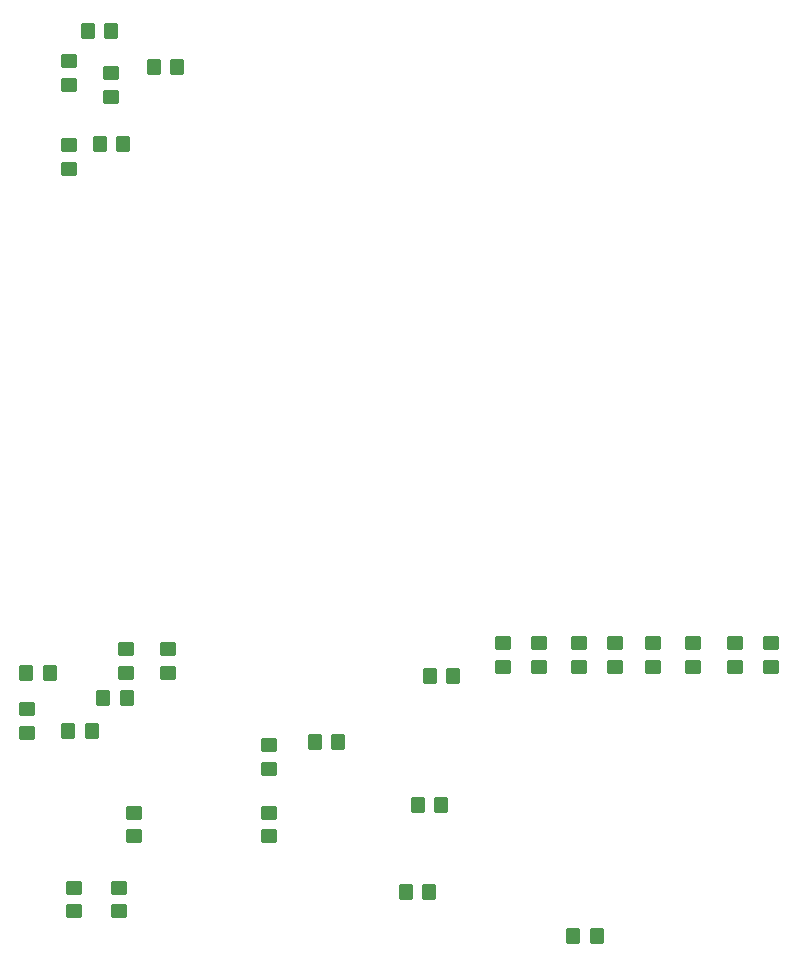
<source format=gtp>
G04 #@! TF.GenerationSoftware,KiCad,Pcbnew,(6.0.10)*
G04 #@! TF.CreationDate,2023-02-06T13:34:11-03:00*
G04 #@! TF.ProjectId,Core_HW,436f7265-5f48-4572-9e6b-696361645f70,rev?*
G04 #@! TF.SameCoordinates,Original*
G04 #@! TF.FileFunction,Paste,Top*
G04 #@! TF.FilePolarity,Positive*
%FSLAX46Y46*%
G04 Gerber Fmt 4.6, Leading zero omitted, Abs format (unit mm)*
G04 Created by KiCad (PCBNEW (6.0.10)) date 2023-02-06 13:34:11*
%MOMM*%
%LPD*%
G01*
G04 APERTURE LIST*
G04 Aperture macros list*
%AMRoundRect*
0 Rectangle with rounded corners*
0 $1 Rounding radius*
0 $2 $3 $4 $5 $6 $7 $8 $9 X,Y pos of 4 corners*
0 Add a 4 corners polygon primitive as box body*
4,1,4,$2,$3,$4,$5,$6,$7,$8,$9,$2,$3,0*
0 Add four circle primitives for the rounded corners*
1,1,$1+$1,$2,$3*
1,1,$1+$1,$4,$5*
1,1,$1+$1,$6,$7*
1,1,$1+$1,$8,$9*
0 Add four rect primitives between the rounded corners*
20,1,$1+$1,$2,$3,$4,$5,0*
20,1,$1+$1,$4,$5,$6,$7,0*
20,1,$1+$1,$6,$7,$8,$9,0*
20,1,$1+$1,$8,$9,$2,$3,0*%
G04 Aperture macros list end*
%ADD10RoundRect,0.250000X-0.450000X0.350000X-0.450000X-0.350000X0.450000X-0.350000X0.450000X0.350000X0*%
%ADD11RoundRect,0.250000X-0.350000X-0.450000X0.350000X-0.450000X0.350000X0.450000X-0.350000X0.450000X0*%
%ADD12RoundRect,0.250000X0.350000X0.450000X-0.350000X0.450000X-0.350000X-0.450000X0.350000X-0.450000X0*%
%ADD13RoundRect,0.250000X0.450000X-0.350000X0.450000X0.350000X-0.450000X0.350000X-0.450000X-0.350000X0*%
G04 APERTURE END LIST*
D10*
X99568000Y-95536000D03*
X99568000Y-97536000D03*
X103759000Y-158385000D03*
X103759000Y-160385000D03*
D11*
X128032000Y-158750000D03*
X130032000Y-158750000D03*
X129048000Y-151384000D03*
X131048000Y-151384000D03*
D12*
X101457000Y-145070000D03*
X99457000Y-145070000D03*
D10*
X145796000Y-137684000D03*
X145796000Y-139684000D03*
D13*
X96002000Y-145272000D03*
X96002000Y-143272000D03*
D12*
X104124000Y-95387000D03*
X102124000Y-95387000D03*
D10*
X99568000Y-88392000D03*
X99568000Y-90392000D03*
X136261000Y-137684000D03*
X136261000Y-139684000D03*
D11*
X142240000Y-162443000D03*
X144240000Y-162443000D03*
X102439000Y-142335000D03*
X104439000Y-142335000D03*
D10*
X152400000Y-137684000D03*
X152400000Y-139684000D03*
X107884000Y-138160000D03*
X107884000Y-140160000D03*
D12*
X108696000Y-88900000D03*
X106696000Y-88900000D03*
D11*
X95901000Y-140208000D03*
X97901000Y-140208000D03*
X130064000Y-140442000D03*
X132064000Y-140442000D03*
D13*
X142748000Y-139684000D03*
X142748000Y-137684000D03*
X116439000Y-154035000D03*
X116439000Y-152035000D03*
X103124000Y-91424000D03*
X103124000Y-89424000D03*
D10*
X99959000Y-158385000D03*
X99959000Y-160385000D03*
D13*
X116469000Y-148320000D03*
X116469000Y-146320000D03*
D10*
X105029000Y-152035000D03*
X105029000Y-154035000D03*
X159004000Y-137684000D03*
X159004000Y-139684000D03*
D13*
X155956000Y-139684000D03*
X155956000Y-137684000D03*
D11*
X120324000Y-146050000D03*
X122324000Y-146050000D03*
D13*
X148961000Y-139684000D03*
X148961000Y-137684000D03*
X104394000Y-140160000D03*
X104394000Y-138160000D03*
D12*
X103108000Y-85852000D03*
X101108000Y-85852000D03*
D13*
X139309000Y-139684000D03*
X139309000Y-137684000D03*
M02*

</source>
